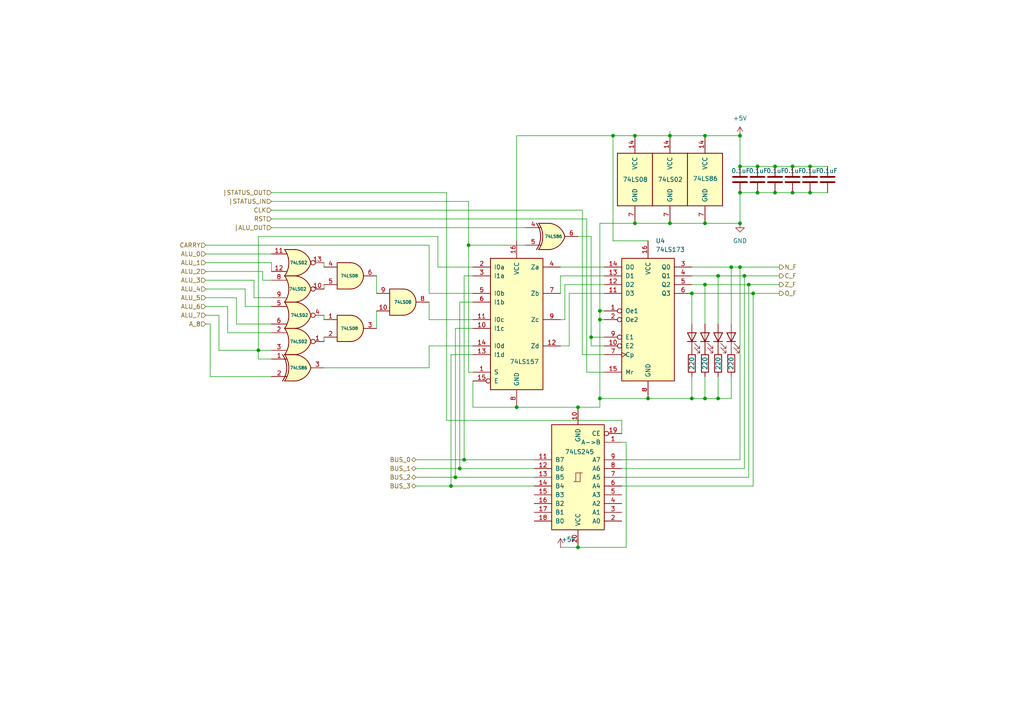
<source format=kicad_sch>
(kicad_sch (version 20231120) (generator "eeschema") (generator_version "8.0")
  (paper "A4")
  (lib_symbols
    (symbol "74xx:74LS02" (pin_names (offset 1.016))
      (property "Reference" "U" (at 0 1.27 0))
      (property "Value" "74LS02" (at 0 -1.27 0))
      (symbol "74LS02_1_1"
        (arc (start -3.81 -3.81) (mid -2.589 0) (end -3.81 3.81) (stroke (width 0.254)))
        (arc (start -0.6096 -3.81) (mid 2.1842 -2.5851) (end 3.81 0) (stroke (width 0.254)) (fill (type background)))
        (polyline (pts (xy -3.81 -3.81) (xy -0.635 -3.81)) (stroke (width 0.254)) (fill (type background)))
        (polyline (pts (xy -3.81 3.81) (xy -0.635 3.81)) (stroke (width 0.254)) (fill (type background)))
        (polyline (pts (xy -0.635 3.81) (xy -3.81 3.81) (xy -3.81 3.81) (xy -3.556 3.4036) (xy -3.0226 2.2606) (xy -2.6924 1.0414) (xy -2.6162 -0.254) (xy -2.7686 -1.4986) (xy -3.175 -2.7178) (xy -3.81 -3.81) (xy -3.81 -3.81) (xy -0.635 -3.81)) (stroke (width -25.4)) (fill (type background)))
        (arc (start 3.81 0) (mid 2.1915 2.5936) (end -0.6096 3.81) (stroke (width 0.254)) (fill (type background)))
        (pin output inverted (at 7.62 0 180) (length 3.81) (name "~") (number "1"))
        (pin input line (at -7.62 2.54 0) (length 4.318) (name "~") (number "2"))
        (pin input line (at -7.62 -2.54 0) (length 4.318) (name "~") (number "3"))
      )
      (symbol "74LS02_1_2"
        (arc (start 0 -3.81) (mid 3.7934 0) (end 0 3.81) (stroke (width 0.254)) (fill (type background)))
        (polyline (pts (xy 0 3.81) (xy -3.81 3.81) (xy -3.81 -3.81) (xy 0 -3.81)) (stroke (width 0.254)) (fill (type background)))
        (pin output line (at 7.62 0 180) (length 3.81) (name "~") (number "1"))
        (pin input inverted (at -7.62 2.54 0) (length 3.81) (name "~") (number "2"))
        (pin input inverted (at -7.62 -2.54 0) (length 3.81) (name "~") (number "3"))
      )
      (symbol "74LS02_2_1"
        (arc (start -3.81 -3.81) (mid -2.589 0) (end -3.81 3.81) (stroke (width 0.254)))
        (arc (start -0.6096 -3.81) (mid 2.1842 -2.5851) (end 3.81 0) (stroke (width 0.254)) (fill (type background)))
        (polyline (pts (xy -3.81 -3.81) (xy -0.635 -3.81)) (stroke (width 0.254)) (fill (type background)))
        (polyline (pts (xy -3.81 3.81) (xy -0.635 3.81)) (stroke (width 0.254)) (fill (type background)))
        (polyline (pts (xy -0.635 3.81) (xy -3.81 3.81) (xy -3.81 3.81) (xy -3.556 3.4036) (xy -3.0226 2.2606) (xy -2.6924 1.0414) (xy -2.6162 -0.254) (xy -2.7686 -1.4986) (xy -3.175 -2.7178) (xy -3.81 -3.81) (xy -3.81 -3.81) (xy -0.635 -3.81)) (stroke (width -25.4)) (fill (type background)))
        (arc (start 3.81 0) (mid 2.1915 2.5936) (end -0.6096 3.81) (stroke (width 0.254)) (fill (type background)))
        (pin output inverted (at 7.62 0 180) (length 3.81) (name "~") (number "4"))
        (pin input line (at -7.62 2.54 0) (length 4.318) (name "~") (number "5"))
        (pin input line (at -7.62 -2.54 0) (length 4.318) (name "~") (number "6"))
      )
      (symbol "74LS02_2_2"
        (arc (start 0 -3.81) (mid 3.7934 0) (end 0 3.81) (stroke (width 0.254)) (fill (type background)))
        (polyline (pts (xy 0 3.81) (xy -3.81 3.81) (xy -3.81 -3.81) (xy 0 -3.81)) (stroke (width 0.254)) (fill (type background)))
        (pin output line (at 7.62 0 180) (length 3.81) (name "~") (number "4"))
        (pin input inverted (at -7.62 2.54 0) (length 3.81) (name "~") (number "5"))
        (pin input inverted (at -7.62 -2.54 0) (length 3.81) (name "~") (number "6"))
      )
      (symbol "74LS02_3_1"
        (arc (start -3.81 -3.81) (mid -2.589 0) (end -3.81 3.81) (stroke (width 0.254)))
        (arc (start -0.6096 -3.81) (mid 2.1842 -2.5851) (end 3.81 0) (stroke (width 0.254)) (fill (type background)))
        (polyline (pts (xy -3.81 -3.81) (xy -0.635 -3.81)) (stroke (width 0.254)) (fill (type background)))
        (polyline (pts (xy -3.81 3.81) (xy -0.635 3.81)) (stroke (width 0.254)) (fill (type background)))
        (polyline (pts (xy -0.635 3.81) (xy -3.81 3.81) (xy -3.81 3.81) (xy -3.556 3.4036) (xy -3.0226 2.2606) (xy -2.6924 1.0414) (xy -2.6162 -0.254) (xy -2.7686 -1.4986) (xy -3.175 -2.7178) (xy -3.81 -3.81) (xy -3.81 -3.81) (xy -0.635 -3.81)) (stroke (width -25.4)) (fill (type background)))
        (arc (start 3.81 0) (mid 2.1915 2.5936) (end -0.6096 3.81) (stroke (width 0.254)) (fill (type background)))
        (pin output inverted (at 7.62 0 180) (length 3.81) (name "~") (number "10"))
        (pin input line (at -7.62 2.54 0) (length 4.318) (name "~") (number "8"))
        (pin input line (at -7.62 -2.54 0) (length 4.318) (name "~") (number "9"))
      )
      (symbol "74LS02_3_2"
        (arc (start 0 -3.81) (mid 3.7934 0) (end 0 3.81) (stroke (width 0.254)) (fill (type background)))
        (polyline (pts (xy 0 3.81) (xy -3.81 3.81) (xy -3.81 -3.81) (xy 0 -3.81)) (stroke (width 0.254)) (fill (type background)))
        (pin output line (at 7.62 0 180) (length 3.81) (name "~") (number "10"))
        (pin input inverted (at -7.62 2.54 0) (length 3.81) (name "~") (number "8"))
        (pin input inverted (at -7.62 -2.54 0) (length 3.81) (name "~") (number "9"))
      )
      (symbol "74LS02_4_1"
        (arc (start -3.81 -3.81) (mid -2.589 0) (end -3.81 3.81) (stroke (width 0.254)))
        (arc (start -0.6096 -3.81) (mid 2.1842 -2.5851) (end 3.81 0) (stroke (width 0.254)) (fill (type background)))
        (polyline (pts (xy -3.81 -3.81) (xy -0.635 -3.81)) (stroke (width 0.254)) (fill (type background)))
        (polyline (pts (xy -3.81 3.81) (xy -0.635 3.81)) (stroke (width 0.254)) (fill (type background)))
        (polyline (pts (xy -0.635 3.81) (xy -3.81 3.81) (xy -3.81 3.81) (xy -3.556 3.4036) (xy -3.0226 2.2606) (xy -2.6924 1.0414) (xy -2.6162 -0.254) (xy -2.7686 -1.4986) (xy -3.175 -2.7178) (xy -3.81 -3.81) (xy -3.81 -3.81) (xy -0.635 -3.81)) (stroke (width -25.4)) (fill (type background)))
        (arc (start 3.81 0) (mid 2.1915 2.5936) (end -0.6096 3.81) (stroke (width 0.254)) (fill (type background)))
        (pin input line (at -7.62 2.54 0) (length 4.318) (name "~") (number "11"))
        (pin input line (at -7.62 -2.54 0) (length 4.318) (name "~") (number "12"))
        (pin output inverted (at 7.62 0 180) (length 3.81) (name "~") (number "13"))
      )
      (symbol "74LS02_4_2"
        (arc (start 0 -3.81) (mid 3.7934 0) (end 0 3.81) (stroke (width 0.254)) (fill (type background)))
        (polyline (pts (xy 0 3.81) (xy -3.81 3.81) (xy -3.81 -3.81) (xy 0 -3.81)) (stroke (width 0.254)) (fill (type background)))
        (pin input inverted (at -7.62 2.54 0) (length 3.81) (name "~") (number "11"))
        (pin input inverted (at -7.62 -2.54 0) (length 3.81) (name "~") (number "12"))
        (pin output line (at 7.62 0 180) (length 3.81) (name "~") (number "13"))
      )
      (symbol "74LS02_5_0"
        (pin power_in line (at 0 12.7 270) (length 5.08) (name "VCC") (number "14"))
        (pin power_in line (at 0 -12.7 90) (length 5.08) (name "GND") (number "7"))
      )
      (symbol "74LS02_5_1"
        (rectangle (start -5.08 7.62) (end 5.08 -7.62) (stroke (width 0.254)) (fill (type background)))
      )
    )
    (symbol "74xx:74LS08" (pin_names (offset 1.016))
      (property "Reference" "U" (at 0 1.27 0))
      (property "Value" "74LS08" (at 0 -1.27 0))
      (symbol "74LS08_1_1"
        (arc (start 0 -3.81) (mid 3.7934 0) (end 0 3.81) (stroke (width 0.254)) (fill (type background)))
        (polyline (pts (xy 0 3.81) (xy -3.81 3.81) (xy -3.81 -3.81) (xy 0 -3.81)) (stroke (width 0.254)) (fill (type background)))
        (pin input line (at -7.62 2.54 0) (length 3.81) (name "~") (number "1"))
        (pin input line (at -7.62 -2.54 0) (length 3.81) (name "~") (number "2"))
        (pin output line (at 7.62 0 180) (length 3.81) (name "~") (number "3"))
      )
      (symbol "74LS08_1_2"
        (arc (start -3.81 -3.81) (mid -2.589 0) (end -3.81 3.81) (stroke (width 0.254)))
        (arc (start -0.6096 -3.81) (mid 2.1842 -2.5851) (end 3.81 0) (stroke (width 0.254)) (fill (type background)))
        (polyline (pts (xy -3.81 -3.81) (xy -0.635 -3.81)) (stroke (width 0.254)) (fill (type background)))
        (polyline (pts (xy -3.81 3.81) (xy -0.635 3.81)) (stroke (width 0.254)) (fill (type background)))
        (polyline (pts (xy -0.635 3.81) (xy -3.81 3.81) (xy -3.81 3.81) (xy -3.556 3.4036) (xy -3.0226 2.2606) (xy -2.6924 1.0414) (xy -2.6162 -0.254) (xy -2.7686 -1.4986) (xy -3.175 -2.7178) (xy -3.81 -3.81) (xy -3.81 -3.81) (xy -0.635 -3.81)) (stroke (width -25.4)) (fill (type background)))
        (arc (start 3.81 0) (mid 2.1915 2.5936) (end -0.6096 3.81) (stroke (width 0.254)) (fill (type background)))
        (pin input inverted (at -7.62 2.54 0) (length 4.318) (name "~") (number "1"))
        (pin input inverted (at -7.62 -2.54 0) (length 4.318) (name "~") (number "2"))
        (pin output inverted (at 7.62 0 180) (length 3.81) (name "~") (number "3"))
      )
      (symbol "74LS08_2_1"
        (arc (start 0 -3.81) (mid 3.7934 0) (end 0 3.81) (stroke (width 0.254)) (fill (type background)))
        (polyline (pts (xy 0 3.81) (xy -3.81 3.81) (xy -3.81 -3.81) (xy 0 -3.81)) (stroke (width 0.254)) (fill (type background)))
        (pin input line (at -7.62 2.54 0) (length 3.81) (name "~") (number "4"))
        (pin input line (at -7.62 -2.54 0) (length 3.81) (name "~") (number "5"))
        (pin output line (at 7.62 0 180) (length 3.81) (name "~") (number "6"))
      )
      (symbol "74LS08_2_2"
        (arc (start -3.81 -3.81) (mid -2.589 0) (end -3.81 3.81) (stroke (width 0.254)))
        (arc (start -0.6096 -3.81) (mid 2.1842 -2.5851) (end 3.81 0) (stroke (width 0.254)) (fill (type background)))
        (polyline (pts (xy -3.81 -3.81) (xy -0.635 -3.81)) (stroke (width 0.254)) (fill (type background)))
        (polyline (pts (xy -3.81 3.81) (xy -0.635 3.81)) (stroke (width 0.254)) (fill (type background)))
        (polyline (pts (xy -0.635 3.81) (xy -3.81 3.81) (xy -3.81 3.81) (xy -3.556 3.4036) (xy -3.0226 2.2606) (xy -2.6924 1.0414) (xy -2.6162 -0.254) (xy -2.7686 -1.4986) (xy -3.175 -2.7178) (xy -3.81 -3.81) (xy -3.81 -3.81) (xy -0.635 -3.81)) (stroke (width -25.4)) (fill (type background)))
        (arc (start 3.81 0) (mid 2.1915 2.5936) (end -0.6096 3.81) (stroke (width 0.254)) (fill (type background)))
        (pin input inverted (at -7.62 2.54 0) (length 4.318) (name "~") (number "4"))
        (pin input inverted (at -7.62 -2.54 0) (length 4.318) (name "~") (number "5"))
        (pin output inverted (at 7.62 0 180) (length 3.81) (name "~") (number "6"))
      )
      (symbol "74LS08_3_1"
        (arc (start 0 -3.81) (mid 3.7934 0) (end 0 3.81) (stroke (width 0.254)) (fill (type background)))
        (polyline (pts (xy 0 3.81) (xy -3.81 3.81) (xy -3.81 -3.81) (xy 0 -3.81)) (stroke (width 0.254)) (fill (type background)))
        (pin input line (at -7.62 -2.54 0) (length 3.81) (name "~") (number "10"))
        (pin output line (at 7.62 0 180) (length 3.81) (name "~") (number "8"))
        (pin input line (at -7.62 2.54 0) (length 3.81) (name "~") (number "9"))
      )
      (symbol "74LS08_3_2"
        (arc (start -3.81 -3.81) (mid -2.589 0) (end -3.81 3.81) (stroke (width 0.254)))
        (arc (start -0.6096 -3.81) (mid 2.1842 -2.5851) (end 3.81 0) (stroke (width 0.254)) (fill (type background)))
        (polyline (pts (xy -3.81 -3.81) (xy -0.635 -3.81)) (stroke (width 0.254)) (fill (type background)))
        (polyline (pts (xy -3.81 3.81) (xy -0.635 3.81)) (stroke (width 0.254)) (fill (type background)))
        (polyline (pts (xy -0.635 3.81) (xy -3.81 3.81) (xy -3.81 3.81) (xy -3.556 3.4036) (xy -3.0226 2.2606) (xy -2.6924 1.0414) (xy -2.6162 -0.254) (xy -2.7686 -1.4986) (xy -3.175 -2.7178) (xy -3.81 -3.81) (xy -3.81 -3.81) (xy -0.635 -3.81)) (stroke (width -25.4)) (fill (type background)))
        (arc (start 3.81 0) (mid 2.1915 2.5936) (end -0.6096 3.81) (stroke (width 0.254)) (fill (type background)))
        (pin input inverted (at -7.62 -2.54 0) (length 4.318) (name "~") (number "10"))
        (pin output inverted (at 7.62 0 180) (length 3.81) (name "~") (number "8"))
        (pin input inverted (at -7.62 2.54 0) (length 4.318) (name "~") (number "9"))
      )
      (symbol "74LS08_4_1"
        (arc (start 0 -3.81) (mid 3.7934 0) (end 0 3.81) (stroke (width 0.254)) (fill (type background)))
        (polyline (pts (xy 0 3.81) (xy -3.81 3.81) (xy -3.81 -3.81) (xy 0 -3.81)) (stroke (width 0.254)) (fill (type background)))
        (pin output line (at 7.62 0 180) (length 3.81) (name "~") (number "11"))
        (pin input line (at -7.62 2.54 0) (length 3.81) (name "~") (number "12"))
        (pin input line (at -7.62 -2.54 0) (length 3.81) (name "~") (number "13"))
      )
      (symbol "74LS08_4_2"
        (arc (start -3.81 -3.81) (mid -2.589 0) (end -3.81 3.81) (stroke (width 0.254)))
        (arc (start -0.6096 -3.81) (mid 2.1842 -2.5851) (end 3.81 0) (stroke (width 0.254)) (fill (type background)))
        (polyline (pts (xy -3.81 -3.81) (xy -0.635 -3.81)) (stroke (width 0.254)) (fill (type background)))
        (polyline (pts (xy -3.81 3.81) (xy -0.635 3.81)) (stroke (width 0.254)) (fill (type background)))
        (polyline (pts (xy -0.635 3.81) (xy -3.81 3.81) (xy -3.81 3.81) (xy -3.556 3.4036) (xy -3.0226 2.2606) (xy -2.6924 1.0414) (xy -2.6162 -0.254) (xy -2.7686 -1.4986) (xy -3.175 -2.7178) (xy -3.81 -3.81) (xy -3.81 -3.81) (xy -0.635 -3.81)) (stroke (width -25.4)) (fill (type background)))
        (arc (start 3.81 0) (mid 2.1915 2.5936) (end -0.6096 3.81) (stroke (width 0.254)) (fill (type background)))
        (pin output inverted (at 7.62 0 180) (length 3.81) (name "~") (number "11"))
        (pin input inverted (at -7.62 2.54 0) (length 4.318) (name "~") (number "12"))
        (pin input inverted (at -7.62 -2.54 0) (length 4.318) (name "~") (number "13"))
      )
      (symbol "74LS08_5_0"
        (pin power_in line (at 0 12.7 270) (length 5.08) (name "VCC") (number "14"))
        (pin power_in line (at 0 -12.7 90) (length 5.08) (name "GND") (number "7"))
      )
      (symbol "74LS08_5_1"
        (rectangle (start -5.08 7.62) (end 5.08 -7.62) (stroke (width 0.254)) (fill (type background)))
      )
    )
    (symbol "74xx:74LS157" (pin_names (offset 1.016))
      (property "Reference" "U" (at -7.62 19.05 0))
      (property "Value" "74LS157" (at -7.62 -21.59 0))
      (symbol "74LS157_1_0"
        (pin input line (at -12.7 -15.24 0) (length 5.08) (name "S") (number "1"))
        (pin input line (at -12.7 -2.54 0) (length 5.08) (name "I1c") (number "10"))
        (pin input line (at -12.7 0 0) (length 5.08) (name "I0c") (number "11"))
        (pin output line (at 12.7 -7.62 180) (length 5.08) (name "Zd") (number "12"))
        (pin input line (at -12.7 -10.16 0) (length 5.08) (name "I1d") (number "13"))
        (pin input line (at -12.7 -7.62 0) (length 5.08) (name "I0d") (number "14"))
        (pin input inverted (at -12.7 -17.78 0) (length 5.08) (name "E") (number "15"))
        (pin power_in line (at 0 22.86 270) (length 5.08) (name "VCC") (number "16"))
        (pin input line (at -12.7 15.24 0) (length 5.08) (name "I0a") (number "2"))
        (pin input line (at -12.7 12.7 0) (length 5.08) (name "I1a") (number "3"))
        (pin output line (at 12.7 15.24 180) (length 5.08) (name "Za") (number "4"))
        (pin input line (at -12.7 7.62 0) (length 5.08) (name "I0b") (number "5"))
        (pin input line (at -12.7 5.08 0) (length 5.08) (name "I1b") (number "6"))
        (pin output line (at 12.7 7.62 180) (length 5.08) (name "Zb") (number "7"))
        (pin power_in line (at 0 -25.4 90) (length 5.08) (name "GND") (number "8"))
        (pin output line (at 12.7 0 180) (length 5.08) (name "Zc") (number "9"))
      )
      (symbol "74LS157_1_1"
        (rectangle (start -7.62 17.78) (end 7.62 -20.32) (stroke (width 0.254)) (fill (type background)))
      )
    )
    (symbol "74xx:74LS173" (pin_names (offset 1.016))
      (property "Reference" "U" (at -7.62 19.05 0))
      (property "Value" "74LS173" (at -7.62 -19.05 0))
      (symbol "74LS173_1_0"
        (pin input inverted (at -12.7 2.54 0) (length 5.08) (name "Oe1") (number "1"))
        (pin input inverted (at -12.7 -7.62 0) (length 5.08) (name "E2") (number "10"))
        (pin input line (at -12.7 7.62 0) (length 5.08) (name "D3") (number "11"))
        (pin input line (at -12.7 10.16 0) (length 5.08) (name "D2") (number "12"))
        (pin input line (at -12.7 12.7 0) (length 5.08) (name "D1") (number "13"))
        (pin input line (at -12.7 15.24 0) (length 5.08) (name "D0") (number "14"))
        (pin input line (at -12.7 -15.24 0) (length 5.08) (name "Mr") (number "15"))
        (pin power_in line (at 0 22.86 270) (length 5.08) (name "VCC") (number "16"))
        (pin input inverted (at -12.7 0 0) (length 5.08) (name "Oe2") (number "2"))
        (pin tri_state line (at 12.7 15.24 180) (length 5.08) (name "Q0") (number "3"))
        (pin tri_state line (at 12.7 12.7 180) (length 5.08) (name "Q1") (number "4"))
        (pin tri_state line (at 12.7 10.16 180) (length 5.08) (name "Q2") (number "5"))
        (pin tri_state line (at 12.7 7.62 180) (length 5.08) (name "Q3") (number "6"))
        (pin input clock (at -12.7 -10.16 0) (length 5.08) (name "Cp") (number "7"))
        (pin power_in line (at 0 -22.86 90) (length 5.08) (name "GND") (number "8"))
        (pin input inverted (at -12.7 -5.08 0) (length 5.08) (name "E1") (number "9"))
      )
      (symbol "74LS173_1_1"
        (rectangle (start -7.62 17.78) (end 7.62 -17.78) (stroke (width 0.254)) (fill (type background)))
      )
    )
    (symbol "74xx:74LS245" (pin_names (offset 1.016))
      (property "Reference" "U" (at -7.62 16.51 0))
      (property "Value" "74LS245" (at -7.62 -16.51 0))
      (symbol "74LS245_1_0"
        (polyline (pts (xy -0.635 -1.27) (xy -0.635 1.27) (xy 0.635 1.27)))
        (polyline (pts (xy -1.27 -1.27) (xy 0.635 -1.27) (xy 0.635 1.27) (xy 1.27 1.27)))
        (pin input line (at -12.7 -10.16 0) (length 5.08) (name "A->B") (number "1"))
        (pin power_in line (at 0 -20.32 90) (length 5.08) (name "GND") (number "10"))
        (pin tri_state line (at 12.7 -5.08 180) (length 5.08) (name "B7") (number "11"))
        (pin tri_state line (at 12.7 -2.54 180) (length 5.08) (name "B6") (number "12"))
        (pin tri_state line (at 12.7 0 180) (length 5.08) (name "B5") (number "13"))
        (pin tri_state line (at 12.7 2.54 180) (length 5.08) (name "B4") (number "14"))
        (pin tri_state line (at 12.7 5.08 180) (length 5.08) (name "B3") (number "15"))
        (pin tri_state line (at 12.7 7.62 180) (length 5.08) (name "B2") (number "16"))
        (pin tri_state line (at 12.7 10.16 180) (length 5.08) (name "B1") (number "17"))
        (pin tri_state line (at 12.7 12.7 180) (length 5.08) (name "B0") (number "18"))
        (pin input inverted (at -12.7 -12.7 0) (length 5.08) (name "CE") (number "19"))
        (pin tri_state line (at -12.7 12.7 0) (length 5.08) (name "A0") (number "2"))
        (pin power_in line (at 0 20.32 270) (length 5.08) (name "VCC") (number "20"))
        (pin tri_state line (at -12.7 10.16 0) (length 5.08) (name "A1") (number "3"))
        (pin tri_state line (at -12.7 7.62 0) (length 5.08) (name "A2") (number "4"))
        (pin tri_state line (at -12.7 5.08 0) (length 5.08) (name "A3") (number "5"))
        (pin tri_state line (at -12.7 2.54 0) (length 5.08) (name "A4") (number "6"))
        (pin tri_state line (at -12.7 0 0) (length 5.08) (name "A5") (number "7"))
        (pin tri_state line (at -12.7 -2.54 0) (length 5.08) (name "A6") (number "8"))
        (pin tri_state line (at -12.7 -5.08 0) (length 5.08) (name "A7") (number "9"))
      )
      (symbol "74LS245_1_1"
        (rectangle (start -7.62 15.24) (end 7.62 -15.24) (stroke (width 0.254)) (fill (type background)))
      )
    )
    (symbol "74xx:74LS86" (pin_names (offset 1.016))
      (property "Reference" "U" (at 0 1.27 0))
      (property "Value" "74LS86" (at 0 -1.27 0))
      (symbol "74LS86_1_0"
        (arc (start -4.4196 -3.81) (mid -3.2033 0) (end -4.4196 3.81) (stroke (width 0.254)))
        (arc (start -3.81 -3.81) (mid -2.589 0) (end -3.81 3.81) (stroke (width 0.254)))
        (arc (start -0.6096 -3.81) (mid 2.1842 -2.5851) (end 3.81 0) (stroke (width 0.254)) (fill (type background)))
        (polyline (pts (xy -3.81 -3.81) (xy -0.635 -3.81)) (stroke (width 0.254)) (fill (type background)))
        (polyline (pts (xy -3.81 3.81) (xy -0.635 3.81)) (stroke (width 0.254)) (fill (type background)))
        (polyline (pts (xy -0.635 3.81) (xy -3.81 3.81) (xy -3.81 3.81) (xy -3.556 3.4036) (xy -3.0226 2.2606) (xy -2.6924 1.0414) (xy -2.6162 -0.254) (xy -2.7686 -1.4986) (xy -3.175 -2.7178) (xy -3.81 -3.81) (xy -3.81 -3.81) (xy -0.635 -3.81)) (stroke (width -25.4)) (fill (type background)))
        (arc (start 3.81 0) (mid 2.1915 2.5936) (end -0.6096 3.81) (stroke (width 0.254)) (fill (type background)))
        (pin input line (at -7.62 2.54 0) (length 4.445) (name "~") (number "1"))
        (pin input line (at -7.62 -2.54 0) (length 4.445) (name "~") (number "2"))
        (pin output line (at 7.62 0 180) (length 3.81) (name "~") (number "3"))
      )
      (symbol "74LS86_1_1"
        (polyline (pts (xy -3.81 -2.54) (xy -3.175 -2.54)) (stroke (width 0.1524)))
        (polyline (pts (xy -3.81 2.54) (xy -3.175 2.54)) (stroke (width 0.1524)))
      )
      (symbol "74LS86_2_0"
        (arc (start -4.4196 -3.81) (mid -3.2033 0) (end -4.4196 3.81) (stroke (width 0.254)))
        (arc (start -3.81 -3.81) (mid -2.589 0) (end -3.81 3.81) (stroke (width 0.254)))
        (arc (start -0.6096 -3.81) (mid 2.1842 -2.5851) (end 3.81 0) (stroke (width 0.254)) (fill (type background)))
        (polyline (pts (xy -3.81 -3.81) (xy -0.635 -3.81)) (stroke (width 0.254)) (fill (type background)))
        (polyline (pts (xy -3.81 3.81) (xy -0.635 3.81)) (stroke (width 0.254)) (fill (type background)))
        (polyline (pts (xy -0.635 3.81) (xy -3.81 3.81) (xy -3.81 3.81) (xy -3.556 3.4036) (xy -3.0226 2.2606) (xy -2.6924 1.0414) (xy -2.6162 -0.254) (xy -2.7686 -1.4986) (xy -3.175 -2.7178) (xy -3.81 -3.81) (xy -3.81 -3.81) (xy -0.635 -3.81)) (stroke (width -25.4)) (fill (type background)))
        (arc (start 3.81 0) (mid 2.1915 2.5936) (end -0.6096 3.81) (stroke (width 0.254)) (fill (type background)))
        (pin input line (at -7.62 2.54 0) (length 4.445) (name "~") (number "4"))
        (pin input line (at -7.62 -2.54 0) (length 4.445) (name "~") (number "5"))
        (pin output line (at 7.62 0 180) (length 3.81) (name "~") (number "6"))
      )
      (symbol "74LS86_2_1"
        (polyline (pts (xy -3.81 -2.54) (xy -3.175 -2.54)) (stroke (width 0.1524)))
        (polyline (pts (xy -3.81 2.54) (xy -3.175 2.54)) (stroke (width 0.1524)))
      )
      (symbol "74LS86_3_0"
        (arc (start -4.4196 -3.81) (mid -3.2033 0) (end -4.4196 3.81) (stroke (width 0.254)))
        (arc (start -3.81 -3.81) (mid -2.589 0) (end -3.81 3.81) (stroke (width 0.254)))
        (arc (start -0.6096 -3.81) (mid 2.1842 -2.5851) (end 3.81 0) (stroke (width 0.254)) (fill (type background)))
        (polyline (pts (xy -3.81 -3.81) (xy -0.635 -3.81)) (stroke (width 0.254)) (fill (type background)))
        (polyline (pts (xy -3.81 3.81) (xy -0.635 3.81)) (stroke (width 0.254)) (fill (type background)))
        (polyline (pts (xy -0.635 3.81) (xy -3.81 3.81) (xy -3.81 3.81) (xy -3.556 3.4036) (xy -3.0226 2.2606) (xy -2.6924 1.0414) (xy -2.6162 -0.254) (xy -2.7686 -1.4986) (xy -3.175 -2.7178) (xy -3.81 -3.81) (xy -3.81 -3.81) (xy -0.635 -3.81)) (stroke (width -25.4)) (fill (type background)))
        (arc (start 3.81 0) (mid 2.1915 2.5936) (end -0.6096 3.81) (stroke (width 0.254)) (fill (type background)))
        (pin input line (at -7.62 -2.54 0) (length 4.445) (name "~") (number "10"))
        (pin output line (at 7.62 0 180) (length 3.81) (name "~") (number "8"))
        (pin input line (at -7.62 2.54 0) (length 4.445) (name "~") (number "9"))
      )
      (symbol "74LS86_3_1"
        (polyline (pts (xy -3.81 -2.54) (xy -3.175 -2.54)) (stroke (width 0.1524)))
        (polyline (pts (xy -3.81 2.54) (xy -3.175 2.54)) (stroke (width 0.1524)))
      )
      (symbol "74LS86_4_0"
        (arc (start -4.4196 -3.81) (mid -3.2033 0) (end -4.4196 3.81) (stroke (width 0.254)))
        (arc (start -3.81 -3.81) (mid -2.589 0) (end -3.81 3.81) (stroke (width 0.254)))
        (arc (start -0.6096 -3.81) (mid 2.1842 -2.5851) (end 3.81 0) (stroke (width 0.254)) (fill (type background)))
        (polyline (pts (xy -3.81 -3.81) (xy -0.635 -3.81)) (stroke (width 0.254)) (fill (type background)))
        (polyline (pts (xy -3.81 3.81) (xy -0.635 3.81)) (stroke (width 0.254)) (fill (type background)))
        (polyline (pts (xy -0.635 3.81) (xy -3.81 3.81) (xy -3.81 3.81) (xy -3.556 3.4036) (xy -3.0226 2.2606) (xy -2.6924 1.0414) (xy -2.6162 -0.254) (xy -2.7686 -1.4986) (xy -3.175 -2.7178) (xy -3.81 -3.81) (xy -3.81 -3.81) (xy -0.635 -3.81)) (stroke (width -25.4)) (fill (type background)))
        (arc (start 3.81 0) (mid 2.1915 2.5936) (end -0.6096 3.81) (stroke (width 0.254)) (fill (type background)))
        (pin output line (at 7.62 0 180) (length 3.81) (name "~") (number "11"))
        (pin input line (at -7.62 2.54 0) (length 4.445) (name "~") (number "12"))
        (pin input line (at -7.62 -2.54 0) (length 4.445) (name "~") (number "13"))
      )
      (symbol "74LS86_4_1"
        (polyline (pts (xy -3.81 -2.54) (xy -3.175 -2.54)) (stroke (width 0.1524)))
        (polyline (pts (xy -3.81 2.54) (xy -3.175 2.54)) (stroke (width 0.1524)))
      )
      (symbol "74LS86_5_0"
        (pin power_in line (at 0 12.7 270) (length 5.08) (name "VCC") (number "14"))
        (pin power_in line (at 0 -12.7 90) (length 5.08) (name "GND") (number "7"))
      )
      (symbol "74LS86_5_1"
        (rectangle (start -5.08 7.62) (end 5.08 -7.62) (stroke (width 0.254)) (fill (type background)))
      )
    )
    (symbol "Device:C" (pin_numbers hide) (pin_names (offset 0.254))
      (property "Reference" "C" (at 0.635 2.54 0))
      (property "Value" "C" (at 0.635 -2.54 0))
      (symbol "C_0_1"
        (polyline (pts (xy -2.032 -0.762) (xy 2.032 -0.762)) (stroke (width 0.508)))
        (polyline (pts (xy -2.032 0.762) (xy 2.032 0.762)) (stroke (width 0.508)))
      )
      (symbol "C_1_1"
        (pin passive line (at 0 3.81 270) (length 2.794) (name "~") (number "1"))
        (pin passive line (at 0 -3.81 90) (length 2.794) (name "~") (number "2"))
      )
    )
    (symbol "Device:LED" (pin_numbers hide) (pin_names (offset 1.016) hide)
      (property "Reference" "D" (at 0 2.54 0))
      (property "Value" "LED" (at 0 -2.54 0))
      (symbol "LED_0_1"
        (polyline (pts (xy -1.27 -1.27) (xy -1.27 1.27)) (stroke (width 0.254)))
        (polyline (pts (xy -1.27 0) (xy 1.27 0)))
        (polyline (pts (xy 1.27 -1.27) (xy 1.27 1.27) (xy -1.27 0) (xy 1.27 -1.27)) (stroke (width 0.254)))
        (polyline (pts (xy -3.048 -0.762) (xy -4.572 -2.286) (xy -3.81 -2.286) (xy -4.572 -2.286) (xy -4.572 -1.524)))
        (polyline (pts (xy -1.778 -0.762) (xy -3.302 -2.286) (xy -2.54 -2.286) (xy -3.302 -2.286) (xy -3.302 -1.524)))
      )
      (symbol "LED_1_1"
        (pin passive line (at -3.81 0 0) (length 2.54) (name "K") (number "1"))
        (pin passive line (at 3.81 0 180) (length 2.54) (name "A") (number "2"))
      )
    )
    (symbol "Device:R" (pin_numbers hide) (pin_names (offset 0))
      (property "Reference" "R" (at 2.032 0 90))
      (property "Value" "R" (at 0 0 90))
      (symbol "R_0_1"
        (rectangle (start -1.016 -2.54) (end 1.016 2.54) (stroke (width 0.254)))
      )
      (symbol "R_1_1"
        (pin passive line (at 0 3.81 270) (length 1.27) (name "~") (number "1"))
        (pin passive line (at 0 -3.81 90) (length 1.27) (name "~") (number "2"))
      )
    )
    (symbol "power:+5V" (power) (pin_numbers hide) (pin_names (offset 0) hide)
      (property "Value" "+5V" (at 0 3.556 0))
      (symbol "+5V_0_1"
        (polyline (pts (xy -0.762 1.27) (xy 0 2.54)))
        (polyline (pts (xy 0 0) (xy 0 2.54)))
        (polyline (pts (xy 0 2.54) (xy 0.762 1.27)))
      )
      (symbol "+5V_1_1"
        (pin power_in line (at 0 0 90) (length 0) (name "~") (number "1"))
      )
    )
    (symbol "power:GND" (power) (pin_numbers hide) (pin_names (offset 0) hide)
      (property "Value" "GND" (at 0 -3.81 0))
      (symbol "GND_0_1"
        (polyline (pts (xy 0 0) (xy 0 -1.27) (xy 1.27 -1.27) (xy 0 -2.54) (xy -1.27 -1.27) (xy 0 -1.27)))
      )
      (symbol "GND_1_1"
        (pin power_in line (at 0 0 270) (length 0) (name "~") (number "1"))
      )
    )
  )
  (junction (at 132.08 138.43))
  (junction (at 204.47 64.77))
  (junction (at 204.47 115.57))
  (junction (at 74.93 101.6))
  (junction (at 212.09 77.47))
  (junction (at 217.17 82.55))
  (junction (at 218.44 85.09))
  (junction (at 214.63 39.37))
  (junction (at 234.95 55.88))
  (junction (at 149.86 118.11))
  (junction (at 214.63 77.47))
  (junction (at 184.15 64.77))
  (junction (at 171.45 97.79))
  (junction (at 187.96 115.57))
  (junction (at 167.64 158.75))
  (junction (at 224.79 55.88))
  (junction (at 214.63 48.26))
  (junction (at 204.47 82.55))
  (junction (at 173.99 90.17))
  (junction (at 200.66 85.09))
  (junction (at 214.63 64.77))
  (junction (at 229.87 55.88))
  (junction (at 194.31 39.37))
  (junction (at 204.47 39.37))
  (junction (at 208.28 115.57))
  (junction (at 135.89 71.12))
  (junction (at 177.8 39.37))
  (junction (at 173.99 115.57))
  (junction (at 215.9 80.01))
  (junction (at 234.95 48.26))
  (junction (at 208.28 80.01))
  (junction (at 194.31 64.77))
  (junction (at 130.81 140.97))
  (junction (at 229.87 48.26))
  (junction (at 133.35 135.89))
  (junction (at 173.99 92.71))
  (junction (at 134.62 133.35))
  (junction (at 219.71 55.88))
  (junction (at 200.66 115.57))
  (junction (at 184.15 39.37))
  (junction (at 224.79 48.26))
  (junction (at 219.71 48.26))
  (junction (at 214.63 55.88))
  (junction (at 167.64 118.11))
  (wire (pts (xy 59.69 88.9) (xy 66.04 88.9)))
  (wire (pts (xy 170.18 63.5) (xy 78.74 63.5)))
  (wire (pts (xy 93.98 82.55) (xy 93.98 83.82)))
  (wire (pts (xy 204.47 82.55) (xy 204.47 93.98)))
  (wire (pts (xy 168.91 60.96) (xy 78.74 60.96)))
  (wire (pts (xy 177.8 39.37) (xy 177.8 69.85)))
  (wire (pts (xy 208.28 80.01) (xy 208.28 93.98)))
  (wire (pts (xy 204.47 115.57) (xy 200.66 115.57)))
  (wire (pts (xy 78.74 88.9) (xy 71.12 88.9)))
  (wire (pts (xy 229.87 55.88) (xy 234.95 55.88)))
  (wire (pts (xy 78.74 55.88) (xy 129.54 55.88)))
  (wire (pts (xy 200.66 82.55) (xy 204.47 82.55)))
  (wire (pts (xy 74.93 104.14) (xy 78.74 104.14)))
  (wire (pts (xy 135.89 71.12) (xy 152.4 71.12)))
  (wire (pts (xy 163.83 92.71) (xy 163.83 82.55)))
  (wire (pts (xy 173.99 92.71) (xy 173.99 115.57)))
  (wire (pts (xy 132.08 95.25) (xy 132.08 138.43)))
  (wire (pts (xy 120.65 138.43) (xy 132.08 138.43)))
  (wire (pts (xy 129.54 121.92) (xy 180.34 121.92)))
  (wire (pts (xy 60.96 93.98) (xy 60.96 109.22)))
  (wire (pts (xy 208.28 109.22) (xy 208.28 115.57)))
  (wire (pts (xy 59.69 73.66) (xy 78.74 73.66)))
  (wire (pts (xy 163.83 82.55) (xy 175.26 82.55)))
  (wire (pts (xy 78.74 78.74) (xy 78.74 76.2)))
  (wire (pts (xy 217.17 138.43) (xy 217.17 82.55)))
  (wire (pts (xy 109.22 80.01) (xy 109.22 85.09)))
  (wire (pts (xy 162.56 85.09) (xy 162.56 80.01)))
  (wire (pts (xy 127 77.47) (xy 137.16 77.47)))
  (wire (pts (xy 194.31 39.37) (xy 194.31 38.1)))
  (wire (pts (xy 76.2 81.28) (xy 76.2 78.74)))
  (wire (pts (xy 124.46 100.33) (xy 137.16 100.33)))
  (wire (pts (xy 59.69 83.82) (xy 71.12 83.82)))
  (wire (pts (xy 63.5 101.6) (xy 74.93 101.6)))
  (wire (pts (xy 173.99 118.11) (xy 173.99 115.57)))
  (wire (pts (xy 74.93 101.6) (xy 74.93 104.14)))
  (wire (pts (xy 59.69 93.98) (xy 60.96 93.98)))
  (wire (pts (xy 171.45 97.79) (xy 175.26 97.79)))
  (wire (pts (xy 184.15 39.37) (xy 194.31 39.37)))
  (wire (pts (xy 149.86 39.37) (xy 149.86 69.85)))
  (wire (pts (xy 184.15 39.37) (xy 177.8 39.37)))
  (wire (pts (xy 120.65 133.35) (xy 134.62 133.35)))
  (wire (pts (xy 74.93 68.58) (xy 74.93 101.6)))
  (wire (pts (xy 162.56 77.47) (xy 175.26 77.47)))
  (wire (pts (xy 162.56 100.33) (xy 165.1 100.33)))
  (wire (pts (xy 133.35 87.63) (xy 133.35 135.89)))
  (wire (pts (xy 217.17 82.55) (xy 226.06 82.55)))
  (wire (pts (xy 149.86 39.37) (xy 177.8 39.37)))
  (wire (pts (xy 181.61 158.75) (xy 167.64 158.75)))
  (wire (pts (xy 134.62 80.01) (xy 134.62 133.35)))
  (wire (pts (xy 78.74 86.36) (xy 73.66 86.36)))
  (wire (pts (xy 171.45 100.33) (xy 175.26 100.33)))
  (wire (pts (xy 204.47 64.77) (xy 214.63 64.77)))
  (wire (pts (xy 234.95 48.26) (xy 240.03 48.26)))
  (wire (pts (xy 137.16 110.49) (xy 137.16 118.11)))
  (wire (pts (xy 73.66 81.28) (xy 73.66 86.36)))
  (wire (pts (xy 93.98 91.44) (xy 93.98 92.71)))
  (wire (pts (xy 214.63 133.35) (xy 214.63 77.47)))
  (wire (pts (xy 135.89 107.95) (xy 135.89 71.12)))
  (wire (pts (xy 180.34 140.97) (xy 218.44 140.97)))
  (wire (pts (xy 124.46 85.09) (xy 137.16 85.09)))
  (wire (pts (xy 215.9 135.89) (xy 215.9 80.01)))
  (wire (pts (xy 168.91 102.87) (xy 168.91 60.96)))
  (wire (pts (xy 173.99 115.57) (xy 187.96 115.57)))
  (wire (pts (xy 204.47 82.55) (xy 217.17 82.55)))
  (wire (pts (xy 135.89 71.12) (xy 135.89 58.42)))
  (wire (pts (xy 71.12 88.9) (xy 71.12 83.82)))
  (wire (pts (xy 154.94 135.89) (xy 133.35 135.89)))
  (wire (pts (xy 234.95 55.88) (xy 240.03 55.88)))
  (wire (pts (xy 170.18 107.95) (xy 170.18 63.5)))
  (wire (pts (xy 59.69 86.36) (xy 68.58 86.36)))
  (wire (pts (xy 137.16 118.11) (xy 149.86 118.11)))
  (wire (pts (xy 137.16 80.01) (xy 134.62 80.01)))
  (wire (pts (xy 132.08 138.43) (xy 154.94 138.43)))
  (wire (pts (xy 76.2 81.28) (xy 78.74 81.28)))
  (wire (pts (xy 173.99 90.17) (xy 173.99 64.77)))
  (wire (pts (xy 218.44 85.09) (xy 226.06 85.09)))
  (wire (pts (xy 215.9 80.01) (xy 226.06 80.01)))
  (wire (pts (xy 200.66 85.09) (xy 200.66 93.98)))
  (wire (pts (xy 167.64 68.58) (xy 171.45 68.58)))
  (wire (pts (xy 124.46 71.12) (xy 59.69 71.12)))
  (wire (pts (xy 167.64 158.75) (xy 162.56 158.75)))
  (wire (pts (xy 214.63 48.26) (xy 219.71 48.26)))
  (wire (pts (xy 181.61 128.27) (xy 181.61 158.75)))
  (wire (pts (xy 173.99 90.17) (xy 173.99 92.71)))
  (wire (pts (xy 219.71 48.26) (xy 224.79 48.26)))
  (wire (pts (xy 130.81 102.87) (xy 130.81 140.97)))
  (wire (pts (xy 162.56 80.01) (xy 175.26 80.01)))
  (wire (pts (xy 68.58 93.98) (xy 68.58 86.36)))
  (wire (pts (xy 59.69 81.28) (xy 73.66 81.28)))
  (wire (pts (xy 165.1 85.09) (xy 175.26 85.09)))
  (wire (pts (xy 78.74 93.98) (xy 68.58 93.98)))
  (wire (pts (xy 93.98 106.68) (xy 124.46 106.68)))
  (wire (pts (xy 180.34 135.89) (xy 215.9 135.89)))
  (wire (pts (xy 63.5 101.6) (xy 63.5 91.44)))
  (wire (pts (xy 214.63 55.88) (xy 219.71 55.88)))
  (wire (pts (xy 78.74 66.04) (xy 152.4 66.04)))
  (wire (pts (xy 212.09 115.57) (xy 208.28 115.57)))
  (wire (pts (xy 167.64 118.11) (xy 173.99 118.11)))
  (wire (pts (xy 204.47 39.37) (xy 194.31 39.37)))
  (wire (pts (xy 212.09 77.47) (xy 212.09 93.98)))
  (wire (pts (xy 137.16 87.63) (xy 133.35 87.63)))
  (wire (pts (xy 134.62 133.35) (xy 154.94 133.35)))
  (wire (pts (xy 59.69 91.44) (xy 63.5 91.44)))
  (wire (pts (xy 149.86 118.11) (xy 167.64 118.11)))
  (wire (pts (xy 124.46 92.71) (xy 124.46 87.63)))
  (wire (pts (xy 59.69 78.74) (xy 76.2 78.74)))
  (wire (pts (xy 219.71 55.88) (xy 224.79 55.88)))
  (wire (pts (xy 171.45 68.58) (xy 171.45 97.79)))
  (wire (pts (xy 129.54 55.88) (xy 129.54 121.92)))
  (wire (pts (xy 109.22 90.17) (xy 109.22 95.25)))
  (wire (pts (xy 175.26 107.95) (xy 170.18 107.95)))
  (wire (pts (xy 208.28 115.57) (xy 204.47 115.57)))
  (wire (pts (xy 74.93 101.6) (xy 78.74 101.6)))
  (wire (pts (xy 212.09 77.47) (xy 214.63 77.47)))
  (wire (pts (xy 59.69 76.2) (xy 78.74 76.2)))
  (wire (pts (xy 165.1 100.33) (xy 165.1 85.09)))
  (wire (pts (xy 204.47 109.22) (xy 204.47 115.57)))
  (wire (pts (xy 173.99 64.77) (xy 184.15 64.77)))
  (wire (pts (xy 180.34 128.27) (xy 181.61 128.27)))
  (wire (pts (xy 175.26 102.87) (xy 168.91 102.87)))
  (wire (pts (xy 180.34 133.35) (xy 214.63 133.35)))
  (wire (pts (xy 78.74 96.52) (xy 66.04 96.52)))
  (wire (pts (xy 214.63 55.88) (xy 214.63 64.77)))
  (wire (pts (xy 175.26 92.71) (xy 173.99 92.71)))
  (wire (pts (xy 60.96 109.22) (xy 78.74 109.22)))
  (wire (pts (xy 229.87 48.26) (xy 234.95 48.26)))
  (wire (pts (xy 204.47 39.37) (xy 214.63 39.37)))
  (wire (pts (xy 180.34 121.92) (xy 180.34 125.73)))
  (wire (pts (xy 66.04 96.52) (xy 66.04 88.9)))
  (wire (pts (xy 137.16 102.87) (xy 130.81 102.87)))
  (wire (pts (xy 127 68.58) (xy 74.93 68.58)))
  (wire (pts (xy 137.16 95.25) (xy 132.08 95.25)))
  (wire (pts (xy 224.79 55.88) (xy 229.87 55.88)))
  (wire (pts (xy 177.8 69.85) (xy 187.96 69.85)))
  (wire (pts (xy 187.96 115.57) (xy 200.66 115.57)))
  (wire (pts (xy 78.74 58.42) (xy 135.89 58.42)))
  (wire (pts (xy 194.31 64.77) (xy 204.47 64.77)))
  (wire (pts (xy 124.46 92.71) (xy 137.16 92.71)))
  (wire (pts (xy 124.46 106.68) (xy 124.46 100.33)))
  (wire (pts (xy 200.66 85.09) (xy 218.44 85.09)))
  (wire (pts (xy 137.16 107.95) (xy 135.89 107.95)))
  (wire (pts (xy 154.94 140.97) (xy 130.81 140.97)))
  (wire (pts (xy 171.45 97.79) (xy 171.45 100.33)))
  (wire (pts (xy 93.98 97.79) (xy 93.98 99.06)))
  (wire (pts (xy 224.79 48.26) (xy 229.87 48.26)))
  (wire (pts (xy 200.66 77.47) (xy 212.09 77.47)))
  (wire (pts (xy 184.15 64.77) (xy 194.31 64.77)))
  (wire (pts (xy 124.46 85.09) (xy 124.46 71.12)))
  (wire (pts (xy 214.63 39.37) (xy 214.63 48.26)))
  (wire (pts (xy 200.66 115.57) (xy 200.66 109.22)))
  (wire (pts (xy 212.09 109.22) (xy 212.09 115.57)))
  (wire (pts (xy 162.56 92.71) (xy 163.83 92.71)))
  (wire (pts (xy 208.28 80.01) (xy 215.9 80.01)))
  (wire (pts (xy 127 77.47) (xy 127 68.58)))
  (wire (pts (xy 173.99 90.17) (xy 175.26 90.17)))
  (wire (pts (xy 120.65 135.89) (xy 133.35 135.89)))
  (wire (pts (xy 93.98 76.2) (xy 93.98 77.47)))
  (wire (pts (xy 180.34 138.43) (xy 217.17 138.43)))
  (wire (pts (xy 214.63 77.47) (xy 226.06 77.47)))
  (wire (pts (xy 218.44 140.97) (xy 218.44 85.09)))
  (wire (pts (xy 200.66 80.01) (xy 208.28 80.01)))
  (wire (pts (xy 120.65 140.97) (xy 130.81 140.97)))
  (hierarchical_label "ALU_5" (shape input) (at 59.69 86.36 180))
  (hierarchical_label "|ALU_OUT" (shape input) (at 78.74 66.04 180))
  (hierarchical_label "|STATUS_IN" (shape input) (at 78.74 58.42 180))
  (hierarchical_label "BUS_2" (shape bidirectional) (at 120.65 138.43 180))
  (hierarchical_label "ALU_7" (shape input) (at 59.69 91.44 180))
  (hierarchical_label "O_F" (shape output) (at 226.06 85.09 0))
  (hierarchical_label "ALU_1" (shape input) (at 59.69 76.2 180))
  (hierarchical_label "BUS_0" (shape bidirectional) (at 120.65 133.35 180))
  (hierarchical_label "|STATUS_OUT" (shape input) (at 78.74 55.88 180))
  (hierarchical_label "C_F" (shape output) (at 226.06 80.01 0))
  (hierarchical_label "CARRY" (shape input) (at 59.69 71.12 180))
  (hierarchical_label "CLK" (shape input) (at 78.74 60.96 180))
  (hierarchical_label "Z_F" (shape output) (at 226.06 82.55 0))
  (hierarchical_label "BUS_3" (shape bidirectional) (at 120.65 140.97 180))
  (hierarchical_label "ALU_6" (shape input) (at 59.69 88.9 180))
  (hierarchical_label "ALU_3" (shape input) (at 59.69 81.28 180))
  (hierarchical_label "ALU_4" (shape input) (at 59.69 83.82 180))
  (hierarchical_label "N_F" (shape output) (at 226.06 77.47 0))
  (hierarchical_label "ALU_0" (shape input) (at 59.69 73.66 180))
  (hierarchical_label "RST" (shape input) (at 78.74 63.5 180))
  (hierarchical_label "A_8" (shape input) (at 59.69 93.98 180))
  (hierarchical_label "ALU_2" (shape input) (at 59.69 78.74 180))
  (hierarchical_label "BUS_1" (shape bidirectional) (at 120.65 135.89 180))
  (symbol (lib_id "Device:C") (at 229.87 52.07 0) (unit 1)
    (property "Reference" "C4" (effects (hide yes)))
    (property "Value" "0.1uF" (at 227.33 49.53 0) (effects (justify left)))
    (property "Description" "Unpolarized capacitor" (effects (hide yes)))
  )
  (symbol (lib_id "Device:C") (at 214.63 52.07 0) (unit 1)
    (property "Reference" "C1" (effects (hide yes)))
    (property "Value" "0.1uF" (at 212.09 49.53 0) (effects (justify left)))
    (property "Description" "Unpolarized capacitor" (effects (hide yes)))
  )
  (symbol (lib_id "Device:R") (at 208.28 105.41 180) (unit 1)
    (property "Reference" "R2" (effects (hide yes)))
    (property "Value" "220" (at 208.28 105.41 90))
    (property "Description" "Resistor" (effects (hide yes)))
  )
  (symbol (lib_id "74xx:74LS02") (at 86.36 83.82 0) (unit 3)
    (property "Reference" "U1" (effects (hide yes)))
    (property "Value" "74LS02" (at 86.36 83.82 0) (effects (font (size 0.889 0.889))))
    (property "Datasheet" "http://www.ti.com/lit/gpn/sn74ls02" (effects (hide yes)))
    (property "Description" "quad 2-input NOR gate" (effects (hide yes)))
  )
  (symbol (lib_id "Device:C") (at 219.71 52.07 0) (unit 1)
    (property "Reference" "C2" (effects (hide yes)))
    (property "Value" "0.1uF" (at 217.17 49.53 0) (effects (justify left)))
    (property "Description" "Unpolarized capacitor" (effects (hide yes)))
  )
  (symbol (lib_id "74xx:74LS157") (at 149.86 92.71 0) (unit 1)
    (property "Reference" "U5" (effects (hide yes)))
    (property "Value" "74LS157" (at 147.828 104.902 0) (effects (justify left)))
    (property "Datasheet" "http://www.ti.com/lit/gpn/sn74LS157" (effects (hide yes)))
    (property "Description" "Quad 2 to 1 line Multiplexer" (effects (hide yes)))
  )
  (symbol (lib_id "74xx:74LS08") (at 116.84 87.63 0) (unit 3)
    (property "Reference" "U2" (effects (hide yes)))
    (property "Value" "74LS08" (at 116.84 87.63 0) (effects (font (size 0.889 0.889))))
    (property "Datasheet" "http://www.ti.com/lit/gpn/sn74LS08" (effects (hide yes)))
    (property "Description" "Quad And2" (effects (hide yes)))
  )
  (symbol (lib_id "74xx:74LS08") (at 101.6 95.25 0) (unit 1)
    (property "Reference" "U2" (effects (hide yes)))
    (property "Value" "74LS08" (at 101.346 95.25 0) (effects (font (size 0.889 0.889))))
    (property "Datasheet" "http://www.ti.com/lit/gpn/sn74LS08" (effects (hide yes)))
    (property "Description" "Quad And2" (effects (hide yes)))
  )
  (symbol (lib_id "74xx:74LS173") (at 187.96 92.71 0) (unit 1)
    (property "Reference" "U4" (at 190.1541 69.85 0) (effects (justify left)))
    (property "Value" "74LS173" (at 190.1541 72.39 0) (effects (justify left)))
    (property "Datasheet" "http://www.ti.com/lit/gpn/sn74LS173" (effects (hide yes)))
    (property "Description" "4-bit D-type Register, 3 state out" (effects (hide yes)))
  )
  (symbol (lib_id "Device:R") (at 204.47 105.41 0) (unit 1)
    (property "Reference" "R1" (effects (hide yes)))
    (property "Value" "220" (at 204.47 105.41 90))
    (property "Description" "Resistor" (effects (hide yes)))
  )
  (symbol (lib_id "74xx:74LS08") (at 101.6 80.01 0) (unit 2)
    (property "Reference" "U2" (effects (hide yes)))
    (property "Value" "74LS08" (at 101.346 80.01 0) (effects (font (size 0.889 0.889))))
    (property "Datasheet" "http://www.ti.com/lit/gpn/sn74LS08" (effects (hide yes)))
    (property "Description" "Quad And2" (effects (hide yes)))
  )
  (symbol (lib_id "74xx:74LS02") (at 86.36 76.2 0) (unit 4)
    (property "Reference" "U1" (effects (hide yes)))
    (property "Value" "74LS02" (at 86.614 76.2 0) (effects (font (size 0.889 0.889))))
    (property "Datasheet" "http://www.ti.com/lit/gpn/sn74ls02" (effects (hide yes)))
    (property "Description" "quad 2-input NOR gate" (effects (hide yes)))
  )
  (symbol (lib_id "74xx:74LS245") (at 167.64 138.43 180) (unit 1)
    (property "Reference" "U6" (effects (hide yes)))
    (property "Value" "74LS245" (at 163.83 131.064 0) (effects (justify right)))
    (property "Datasheet" "http://www.ti.com/lit/gpn/sn74LS245" (effects (hide yes)))
    (property "Description" "Octal BUS Transceivers, 3-State outputs" (effects (hide yes)))
  )
  (symbol (lib_id "Device:LED") (at 204.47 97.79 90) (unit 1)
    (property "Reference" "D1" (effects (hide yes)))
    (property "Value" "LED" (effects (hide yes)))
    (property "Description" "Light emitting diode" (effects (hide yes)))
  )
  (symbol (lib_id "power:+5V") (at 162.56 158.75 0) (unit 1)
    (property "Reference" "#PWR03" (effects (hide yes)))
    (property "Value" "+5V" (at 164.846 156.464 0))
    (property "Description" "Power symbol creates a global label with name \"+5V\"" (effects (hide yes)))
  )
  (symbol (lib_id "Device:C") (at 224.79 52.07 0) (unit 1)
    (property "Reference" "C3" (effects (hide yes)))
    (property "Value" "0.1uF" (at 222.25 49.53 0) (effects (justify left)))
    (property "Description" "Unpolarized capacitor" (effects (hide yes)))
  )
  (symbol (lib_id "power:GND") (at 214.63 64.77 0) (unit 1)
    (property "Reference" "#PWR02" (effects (hide yes)))
    (property "Value" "GND" (at 214.63 69.85 0))
    (property "Description" "Power symbol creates a global label with name \"GND\" , ground" (effects (hide yes)))
  )
  (symbol (lib_id "74xx:74LS86") (at 204.47 52.07 0) (unit 5)
    (property "Reference" "U3" (effects (hide yes)))
    (property "Value" "74LS86" (at 200.914 51.816 0) (effects (justify left)))
    (property "Datasheet" "74xx/74ls86.pdf" (effects (hide yes)))
    (property "Description" "Quad 2-input XOR" (effects (hide yes)))
  )
  (symbol (lib_id "Device:LED") (at 212.09 97.79 90) (unit 1)
    (property "Reference" "D3" (effects (hide yes)))
    (property "Value" "LED" (effects (hide yes)))
    (property "Description" "Light emitting diode" (effects (hide yes)))
  )
  (symbol (lib_id "Device:LED") (at 200.66 97.79 90) (unit 1)
    (property "Reference" "D4" (effects (hide yes)))
    (property "Value" "LED" (effects (hide yes)))
    (property "Description" "Light emitting diode" (effects (hide yes)))
  )
  (symbol (lib_id "74xx:74LS86") (at 160.02 68.58 0) (unit 2)
    (property "Reference" "U3" (effects (hide yes)))
    (property "Value" "74LS86" (at 160.528 68.58 0) (effects (font (size 0.889 0.889))))
    (property "Datasheet" "74xx/74ls86.pdf" (effects (hide yes)))
    (property "Description" "Quad 2-input XOR" (effects (hide yes)))
  )
  (symbol (lib_id "Device:C") (at 234.95 52.07 0) (unit 1)
    (property "Reference" "C5" (effects (hide yes)))
    (property "Value" "0.1uF" (at 232.41 49.53 0) (effects (justify left)))
    (property "Description" "Unpolarized capacitor" (effects (hide yes)))
  )
  (symbol (lib_id "power:+5V") (at 214.63 39.37 0) (unit 1)
    (property "Reference" "#PWR01" (effects (hide yes)))
    (property "Value" "+5V" (at 214.63 34.29 0))
    (property "Description" "Power symbol creates a global label with name \"+5V\"" (effects (hide yes)))
  )
  (symbol (lib_id "Device:LED") (at 208.28 97.79 90) (unit 1)
    (property "Reference" "D2" (effects (hide yes)))
    (property "Value" "LED" (effects (hide yes)))
    (property "Description" "Light emitting diode" (effects (hide yes)))
  )
  (symbol (lib_id "Device:R") (at 200.66 105.41 0) (unit 1)
    (property "Reference" "R4" (effects (hide yes)))
    (property "Value" "220" (at 200.66 105.41 90))
    (property "Description" "Resistor" (effects (hide yes)))
  )
  (symbol (lib_id "74xx:74LS86") (at 86.36 106.68 0) (unit 1)
    (property "Reference" "U3" (effects (hide yes)))
    (property "Value" "74LS86" (at 86.614 106.68 0) (effects (font (size 0.889 0.889))))
    (property "Datasheet" "74xx/74ls86.pdf" (effects (hide yes)))
    (property "Description" "Quad 2-input XOR" (effects (hide yes)))
  )
  (symbol (lib_id "74xx:74LS02") (at 86.36 99.06 0) (unit 1)
    (property "Reference" "U1" (effects (hide yes)))
    (property "Value" "74LS02" (at 86.614 99.06 0) (effects (font (size 0.889 0.889))))
    (property "Datasheet" "http://www.ti.com/lit/gpn/sn74ls02" (effects (hide yes)))
    (property "Description" "quad 2-input NOR gate" (effects (hide yes)))
  )
  (symbol (lib_id "74xx:74LS02") (at 86.36 91.44 0) (unit 2)
    (property "Reference" "U1" (effects (hide yes)))
    (property "Value" "74LS02" (at 86.868 91.44 0) (effects (font (size 0.889 0.889))))
    (property "Datasheet" "http://www.ti.com/lit/gpn/sn74ls02" (effects (hide yes)))
    (property "Description" "quad 2-input NOR gate" (effects (hide yes)))
  )
  (symbol (lib_id "Device:R") (at 212.09 105.41 180) (unit 1)
    (property "Reference" "R3" (effects (hide yes)))
    (property "Value" "220" (at 212.09 105.41 90))
    (property "Description" "Resistor" (effects (hide yes)))
  )
  (symbol (lib_id "74xx:74LS08") (at 184.15 52.07 0) (unit 5)
    (property "Reference" "U2" (effects (hide yes)))
    (property "Value" "74LS08" (at 180.594 52.07 0) (effects (justify left)))
    (property "Datasheet" "http://www.ti.com/lit/gpn/sn74LS08" (effects (hide yes)))
    (property "Description" "Quad And2" (effects (hide yes)))
  )
  (symbol (lib_id "Device:C") (at 240.03 52.07 0) (unit 1)
    (property "Reference" "C6" (effects (hide yes)))
    (property "Value" "0.1uF" (at 237.49 49.53 0) (effects (justify left)))
    (property "Description" "Unpolarized capacitor" (effects (hide yes)))
  )
  (symbol (lib_id "74xx:74LS02") (at 194.31 52.07 0) (unit 5)
    (property "Reference" "U1" (effects (hide yes)))
    (property "Value" "74LS02" (at 190.754 52.07 0) (effects (justify left)))
    (property "Datasheet" "http://www.ti.com/lit/gpn/sn74ls02" (effects (hide yes)))
    (property "Description" "quad 2-input NOR gate" (effects (hide yes)))
  )
)
</source>
